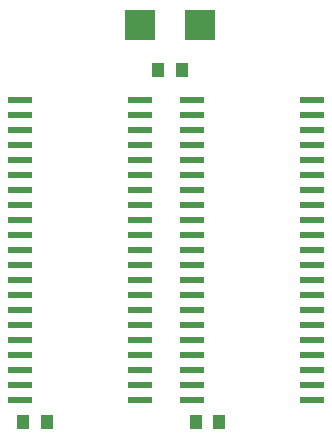
<source format=gtp>
G04 #@! TF.GenerationSoftware,KiCad,Pcbnew,(5.0.1-3-g963ef8bb5)*
G04 #@! TF.CreationDate,2019-05-18T06:30:10-07:00*
G04 #@! TF.ProjectId,oakram,6F616B72616D2E6B696361645F706362,3.0*
G04 #@! TF.SameCoordinates,Original*
G04 #@! TF.FileFunction,Paste,Top*
G04 #@! TF.FilePolarity,Positive*
%FSLAX46Y46*%
G04 Gerber Fmt 4.6, Leading zero omitted, Abs format (unit mm)*
G04 Created by KiCad (PCBNEW (5.0.1-3-g963ef8bb5)) date Saturday, May 18, 2019 at 06:30:10 AM*
%MOMM*%
%LPD*%
G01*
G04 APERTURE LIST*
%ADD10R,2.550000X2.500000*%
%ADD11R,2.032000X0.508000*%
%ADD12R,1.000000X1.250000*%
G04 APERTURE END LIST*
D10*
G04 #@! TO.C,C7*
X138445000Y-82550000D03*
X143495000Y-82550000D03*
G04 #@! TD*
D11*
G04 #@! TO.C,U2*
X128270000Y-114300000D03*
X128270000Y-113030000D03*
X128270000Y-111760000D03*
X128270000Y-110490000D03*
X128270000Y-109220000D03*
X128270000Y-107950000D03*
X128270000Y-106680000D03*
X128270000Y-105410000D03*
X128270000Y-104140000D03*
X128270000Y-102870000D03*
X138430000Y-114300000D03*
X138430000Y-113030000D03*
X138430000Y-111760000D03*
X138430000Y-110490000D03*
X138430000Y-109220000D03*
X138430000Y-107950000D03*
X138430000Y-106680000D03*
X138430000Y-105410000D03*
X138430000Y-104140000D03*
X138430000Y-102870000D03*
X128270000Y-88900000D03*
X128270000Y-90170000D03*
X128270000Y-91440000D03*
X128270000Y-92710000D03*
X128270000Y-93980000D03*
X128270000Y-95250000D03*
X128270000Y-96520000D03*
X128270000Y-97790000D03*
X128270000Y-99060000D03*
X128270000Y-100330000D03*
X138430000Y-88900000D03*
X138430000Y-90170000D03*
X138430000Y-91440000D03*
X138430000Y-92710000D03*
X138430000Y-93980000D03*
X138430000Y-95250000D03*
X138430000Y-96520000D03*
X138430000Y-97790000D03*
X138430000Y-99060000D03*
X138430000Y-100330000D03*
X128270000Y-101600000D03*
X138430000Y-101600000D03*
G04 #@! TD*
G04 #@! TO.C,U1*
X153035000Y-101600000D03*
X142875000Y-101600000D03*
X153035000Y-100330000D03*
X153035000Y-99060000D03*
X153035000Y-97790000D03*
X153035000Y-96520000D03*
X153035000Y-95250000D03*
X153035000Y-93980000D03*
X153035000Y-92710000D03*
X153035000Y-91440000D03*
X153035000Y-90170000D03*
X153035000Y-88900000D03*
X142875000Y-100330000D03*
X142875000Y-99060000D03*
X142875000Y-97790000D03*
X142875000Y-96520000D03*
X142875000Y-95250000D03*
X142875000Y-93980000D03*
X142875000Y-92710000D03*
X142875000Y-91440000D03*
X142875000Y-90170000D03*
X142875000Y-88900000D03*
X153035000Y-102870000D03*
X153035000Y-104140000D03*
X153035000Y-105410000D03*
X153035000Y-106680000D03*
X153035000Y-107950000D03*
X153035000Y-109220000D03*
X153035000Y-110490000D03*
X153035000Y-111760000D03*
X153035000Y-113030000D03*
X153035000Y-114300000D03*
X142875000Y-102870000D03*
X142875000Y-104140000D03*
X142875000Y-105410000D03*
X142875000Y-106680000D03*
X142875000Y-107950000D03*
X142875000Y-109220000D03*
X142875000Y-110490000D03*
X142875000Y-111760000D03*
X142875000Y-113030000D03*
X142875000Y-114300000D03*
G04 #@! TD*
D12*
G04 #@! TO.C,C1*
X130540000Y-116205000D03*
X128540000Y-116205000D03*
G04 #@! TD*
G04 #@! TO.C,C3*
X145145000Y-116205000D03*
X143145000Y-116205000D03*
G04 #@! TD*
G04 #@! TO.C,C6*
X141970000Y-86360000D03*
X139970000Y-86360000D03*
G04 #@! TD*
M02*

</source>
